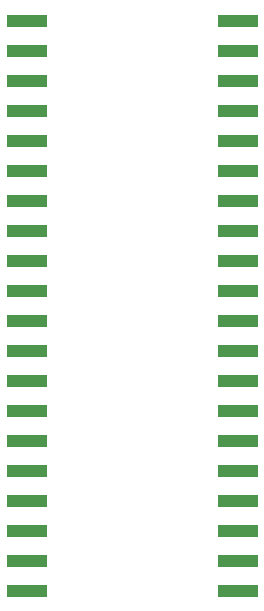
<source format=gbr>
%TF.GenerationSoftware,KiCad,Pcbnew,8.0.7*%
%TF.CreationDate,2025-03-12T15:38:42-05:00*%
%TF.ProjectId,YM3802-F-to-X,594d3338-3032-42d4-962d-746f2d582e6b,rev?*%
%TF.SameCoordinates,Original*%
%TF.FileFunction,Paste,Bot*%
%TF.FilePolarity,Positive*%
%FSLAX46Y46*%
G04 Gerber Fmt 4.6, Leading zero omitted, Abs format (unit mm)*
G04 Created by KiCad (PCBNEW 8.0.7) date 2025-03-12 15:38:42*
%MOMM*%
%LPD*%
G01*
G04 APERTURE LIST*
%ADD10R,3.500000X1.000000*%
G04 APERTURE END LIST*
D10*
%TO.C,U1*%
X132528000Y-91567000D03*
X132528000Y-94107000D03*
X132528000Y-96647000D03*
X132528000Y-99187000D03*
X132528000Y-101727000D03*
X132528000Y-104267000D03*
X132528000Y-106807000D03*
X132528000Y-109347000D03*
X132528000Y-111887000D03*
X132528000Y-114427000D03*
X132528000Y-116967000D03*
X132528000Y-119507000D03*
X132528000Y-122047000D03*
X132528000Y-124587000D03*
X132528000Y-127127000D03*
X132528000Y-129667000D03*
X132528000Y-132207000D03*
X132528000Y-134747000D03*
X132528000Y-137287000D03*
X132528000Y-139827000D03*
X150368000Y-139827000D03*
X150368000Y-137287000D03*
X150368000Y-134747000D03*
X150368000Y-132207000D03*
X150368000Y-129667000D03*
X150368000Y-127127000D03*
X150368000Y-124587000D03*
X150368000Y-122047000D03*
X150368000Y-119507000D03*
X150368000Y-116967000D03*
X150368000Y-114427000D03*
X150368000Y-111887000D03*
X150368000Y-109347000D03*
X150368000Y-106807000D03*
X150368000Y-104267000D03*
X150368000Y-101727000D03*
X150368000Y-99187000D03*
X150368000Y-96647000D03*
X150368000Y-94107000D03*
X150368000Y-91567000D03*
%TD*%
M02*

</source>
